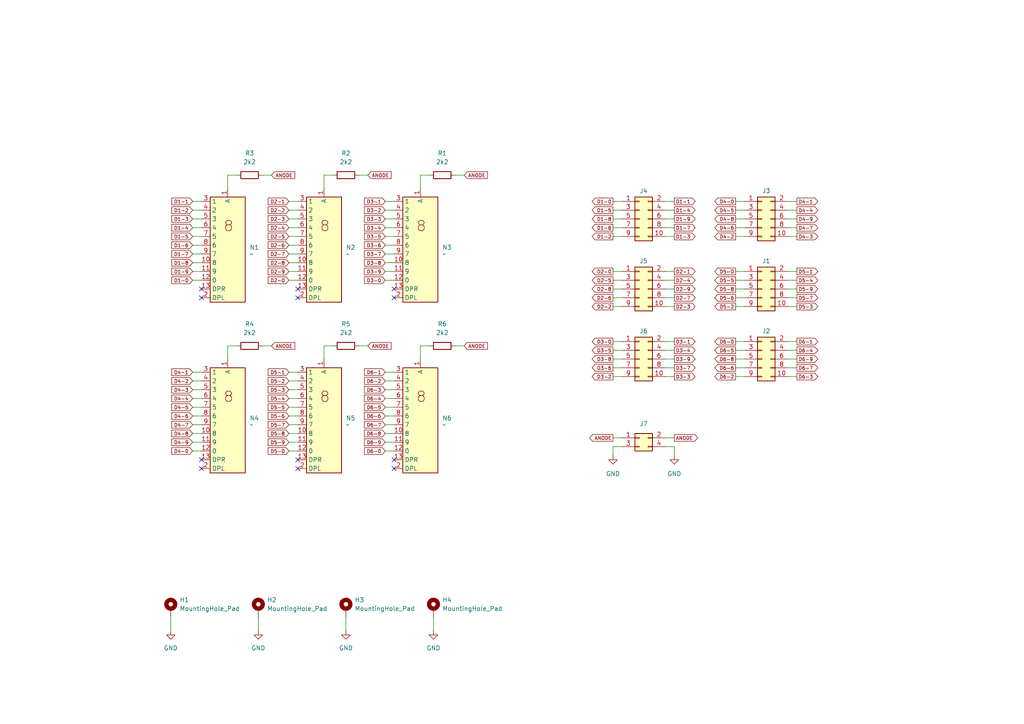
<source format=kicad_sch>
(kicad_sch (version 20231120) (generator "eeschema") (generator_version "8.0")
  (paper "A4")
  (lib_symbols
    (symbol "Connector_Generic:Conn_02x02_Odd_Even" (pin_names (offset 1.016) hide)
      (property "Reference" "J" (at 1.27 2.54 0))
      (property "Value" "Conn_02x02_Odd_Even" (at 1.27 -5.08 0))
      (symbol "Conn_02x02_Odd_Even_1_1"
        (rectangle (start -1.27 -2.413) (end 0 -2.667) (stroke (width 0.1524)))
        (rectangle (start -1.27 0.127) (end 0 -0.127) (stroke (width 0.1524)))
        (rectangle (start -1.27 1.27) (end 3.81 -3.81) (stroke (width 0.254)) (fill (type background)))
        (rectangle (start 3.81 -2.413) (end 2.54 -2.667) (stroke (width 0.1524)))
        (rectangle (start 3.81 0.127) (end 2.54 -0.127) (stroke (width 0.1524)))
        (pin passive line (at -5.08 0 0) (length 3.81) (name "Pin_1") (number "1"))
        (pin passive line (at 7.62 0 180) (length 3.81) (name "Pin_2") (number "2"))
        (pin passive line (at -5.08 -2.54 0) (length 3.81) (name "Pin_3") (number "3"))
        (pin passive line (at 7.62 -2.54 180) (length 3.81) (name "Pin_4") (number "4"))
      )
    )
    (symbol "Connector_Generic:Conn_02x05_Odd_Even" (pin_names (offset 1.016) hide)
      (property "Reference" "J" (at 1.27 7.62 0))
      (property "Value" "Conn_02x05_Odd_Even" (at 1.27 -7.62 0))
      (symbol "Conn_02x05_Odd_Even_1_1"
        (rectangle (start -1.27 -4.953) (end 0 -5.207) (stroke (width 0.1524)))
        (rectangle (start -1.27 -2.413) (end 0 -2.667) (stroke (width 0.1524)))
        (rectangle (start -1.27 0.127) (end 0 -0.127) (stroke (width 0.1524)))
        (rectangle (start -1.27 2.667) (end 0 2.413) (stroke (width 0.1524)))
        (rectangle (start -1.27 5.207) (end 0 4.953) (stroke (width 0.1524)))
        (rectangle (start -1.27 6.35) (end 3.81 -6.35) (stroke (width 0.254)) (fill (type background)))
        (rectangle (start 3.81 -4.953) (end 2.54 -5.207) (stroke (width 0.1524)))
        (rectangle (start 3.81 -2.413) (end 2.54 -2.667) (stroke (width 0.1524)))
        (rectangle (start 3.81 0.127) (end 2.54 -0.127) (stroke (width 0.1524)))
        (rectangle (start 3.81 2.667) (end 2.54 2.413) (stroke (width 0.1524)))
        (rectangle (start 3.81 5.207) (end 2.54 4.953) (stroke (width 0.1524)))
        (pin passive line (at -5.08 5.08 0) (length 3.81) (name "Pin_1") (number "1"))
        (pin passive line (at 7.62 -5.08 180) (length 3.81) (name "Pin_10") (number "10"))
        (pin passive line (at 7.62 5.08 180) (length 3.81) (name "Pin_2") (number "2"))
        (pin passive line (at -5.08 2.54 0) (length 3.81) (name "Pin_3") (number "3"))
        (pin passive line (at 7.62 2.54 180) (length 3.81) (name "Pin_4") (number "4"))
        (pin passive line (at -5.08 0 0) (length 3.81) (name "Pin_5") (number "5"))
        (pin passive line (at 7.62 0 180) (length 3.81) (name "Pin_6") (number "6"))
        (pin passive line (at -5.08 -2.54 0) (length 3.81) (name "Pin_7") (number "7"))
        (pin passive line (at 7.62 -2.54 180) (length 3.81) (name "Pin_8") (number "8"))
        (pin passive line (at -5.08 -5.08 0) (length 3.81) (name "Pin_9") (number "9"))
      )
    )
    (symbol "Device:R" (pin_numbers hide) (pin_names (offset 0))
      (property "Reference" "R" (at 2.032 0 90))
      (property "Value" "R" (at 0 0 90))
      (symbol "R_0_1"
        (rectangle (start -1.016 -2.54) (end 1.016 2.54) (stroke (width 0.254)))
      )
      (symbol "R_1_1"
        (pin passive line (at 0 3.81 270) (length 1.27) (name "~") (number "1"))
        (pin passive line (at 0 -3.81 90) (length 1.27) (name "~") (number "2"))
      )
    )
    (symbol "Mechanical:MountingHole_Pad" (pin_numbers hide) (pin_names (offset 1.016) hide) (exclude_from_sim yes) (in_bom no)
      (property "Reference" "H" (at 0 6.35 0))
      (property "Value" "MountingHole_Pad" (at 0 4.445 0))
      (symbol "MountingHole_Pad_0_1"
        (circle (center 0 1.27) (radius 1.27) (stroke (width 1.27)))
      )
      (symbol "MountingHole_Pad_1_1"
        (pin input line (at 0 -2.54 90) (length 2.54) (name "1") (number "1"))
      )
    )
    (symbol "anders:Nixie-tube"
      (property "Reference" "N" (at 0 1.27 0))
      (symbol "Nixie-tube_1_1"
        (rectangle (start -5.08 15.24) (end 5.08 -15.24) (stroke (width 0.254)) (fill (type background)))
        (polyline (pts (xy 2.54 2.794) (xy 2.54 2.794)) (stroke (width 0.508)))
        (text "8" (at 0.254 6.858 0) (effects (font (size 3 3))))
        (pin input line (at 0 17.78 270) (length 2.54) (name "A") (number "1"))
        (pin input line (at -7.62 -3.81 0) (length 2.54) (name "8") (number "10"))
        (pin input line (at -7.62 -6.35 0) (length 2.54) (name "9") (number "11"))
        (pin input line (at -7.62 -8.89 0) (length 2.54) (name "0") (number "12"))
        (pin input line (at -7.62 -11.43 0) (length 2.54) (name "DPR") (number "13"))
        (pin input line (at -7.62 -13.97 0) (length 2.54) (name "DPL") (number "2"))
        (pin input line (at -7.62 13.97 0) (length 2.54) (name "1") (number "3"))
        (pin input line (at -7.62 11.43 0) (length 2.54) (name "2") (number "4"))
        (pin input line (at -7.62 8.89 0) (length 2.54) (name "3") (number "5"))
        (pin input line (at -7.62 6.35 0) (length 2.54) (name "4") (number "6"))
        (pin input line (at -7.62 3.81 0) (length 2.54) (name "5") (number "7"))
        (pin input line (at -7.62 1.27 0) (length 2.54) (name "6") (number "8"))
        (pin input line (at -7.62 -1.27 0) (length 2.54) (name "7") (number "9"))
      )
    )
    (symbol "power:GND" (power) (pin_numbers hide) (pin_names (offset 0) hide)
      (property "Value" "GND" (at 0 -3.81 0))
      (symbol "GND_0_1"
        (polyline (pts (xy 0 0) (xy 0 -1.27) (xy 1.27 -1.27) (xy 0 -2.54) (xy -1.27 -1.27) (xy 0 -1.27)))
      )
      (symbol "GND_1_1"
        (pin power_in line (at 0 0 270) (length 0) (name "~") (number "1"))
      )
    )
  )
  (no_connect (at 86.36 83.82))
  (no_connect (at 86.36 135.89))
  (no_connect (at 114.3 133.35))
  (no_connect (at 58.42 133.35))
  (no_connect (at 58.42 83.82))
  (no_connect (at 114.3 135.89))
  (no_connect (at 114.3 83.82))
  (no_connect (at 86.36 133.35))
  (no_connect (at 86.36 86.36))
  (no_connect (at 114.3 86.36))
  (no_connect (at 58.42 135.89))
  (no_connect (at 58.42 86.36))
  (wire (pts (xy 124.46 50.8) (xy 121.92 50.8)))
  (wire (pts (xy 193.04 83.82) (xy 195.58 83.82)))
  (wire (pts (xy 195.58 129.54) (xy 195.58 132.08)))
  (wire (pts (xy 114.3 66.04) (xy 111.76 66.04)))
  (wire (pts (xy 58.42 120.65) (xy 55.88 120.65)))
  (wire (pts (xy 180.34 63.5) (xy 177.8 63.5)))
  (wire (pts (xy 193.04 109.22) (xy 195.58 109.22)))
  (wire (pts (xy 86.36 118.11) (xy 83.82 118.11)))
  (wire (pts (xy 86.36 60.96) (xy 83.82 60.96)))
  (wire (pts (xy 180.34 66.04) (xy 177.8 66.04)))
  (wire (pts (xy 74.93 179.07) (xy 74.93 182.88)))
  (wire (pts (xy 114.3 130.81) (xy 111.76 130.81)))
  (wire (pts (xy 86.36 71.12) (xy 83.82 71.12)))
  (wire (pts (xy 114.3 60.96) (xy 111.76 60.96)))
  (wire (pts (xy 114.3 81.28) (xy 111.76 81.28)))
  (wire (pts (xy 193.04 81.28) (xy 195.58 81.28)))
  (wire (pts (xy 180.34 104.14) (xy 177.8 104.14)))
  (wire (pts (xy 180.34 101.6) (xy 177.8 101.6)))
  (wire (pts (xy 86.36 123.19) (xy 83.82 123.19)))
  (wire (pts (xy 66.04 50.8) (xy 66.04 54.61)))
  (wire (pts (xy 86.36 107.95) (xy 83.82 107.95)))
  (wire (pts (xy 193.04 58.42) (xy 195.58 58.42)))
  (wire (pts (xy 86.36 115.57) (xy 83.82 115.57)))
  (wire (pts (xy 228.6 78.74) (xy 231.14 78.74)))
  (wire (pts (xy 58.42 81.28) (xy 55.88 81.28)))
  (wire (pts (xy 100.33 179.07) (xy 100.33 182.88)))
  (wire (pts (xy 215.9 78.74) (xy 213.36 78.74)))
  (wire (pts (xy 114.3 78.74) (xy 111.76 78.74)))
  (wire (pts (xy 76.2 50.8) (xy 78.74 50.8)))
  (wire (pts (xy 215.9 109.22) (xy 213.36 109.22)))
  (wire (pts (xy 93.98 100.33) (xy 93.98 104.14)))
  (wire (pts (xy 58.42 110.49) (xy 55.88 110.49)))
  (wire (pts (xy 228.6 63.5) (xy 231.14 63.5)))
  (wire (pts (xy 58.42 130.81) (xy 55.88 130.81)))
  (wire (pts (xy 193.04 99.06) (xy 195.58 99.06)))
  (wire (pts (xy 215.9 104.14) (xy 213.36 104.14)))
  (wire (pts (xy 193.04 60.96) (xy 195.58 60.96)))
  (wire (pts (xy 193.04 104.14) (xy 195.58 104.14)))
  (wire (pts (xy 215.9 66.04) (xy 213.36 66.04)))
  (wire (pts (xy 58.42 58.42) (xy 55.88 58.42)))
  (wire (pts (xy 68.58 100.33) (xy 66.04 100.33)))
  (wire (pts (xy 58.42 71.12) (xy 55.88 71.12)))
  (wire (pts (xy 125.73 179.07) (xy 125.73 182.88)))
  (wire (pts (xy 114.3 113.03) (xy 111.76 113.03)))
  (wire (pts (xy 180.34 83.82) (xy 177.8 83.82)))
  (wire (pts (xy 215.9 63.5) (xy 213.36 63.5)))
  (wire (pts (xy 104.14 50.8) (xy 106.68 50.8)))
  (wire (pts (xy 68.58 50.8) (xy 66.04 50.8)))
  (wire (pts (xy 58.42 66.04) (xy 55.88 66.04)))
  (wire (pts (xy 193.04 88.9) (xy 195.58 88.9)))
  (wire (pts (xy 193.04 106.68) (xy 195.58 106.68)))
  (wire (pts (xy 228.6 68.58) (xy 231.14 68.58)))
  (wire (pts (xy 76.2 100.33) (xy 78.74 100.33)))
  (wire (pts (xy 215.9 83.82) (xy 213.36 83.82)))
  (wire (pts (xy 228.6 83.82) (xy 231.14 83.82)))
  (wire (pts (xy 114.3 107.95) (xy 111.76 107.95)))
  (wire (pts (xy 86.36 73.66) (xy 83.82 73.66)))
  (wire (pts (xy 215.9 99.06) (xy 213.36 99.06)))
  (wire (pts (xy 86.36 120.65) (xy 83.82 120.65)))
  (wire (pts (xy 86.36 81.28) (xy 83.82 81.28)))
  (wire (pts (xy 93.98 50.8) (xy 93.98 54.61)))
  (wire (pts (xy 177.8 129.54) (xy 177.8 132.08)))
  (wire (pts (xy 86.36 78.74) (xy 83.82 78.74)))
  (wire (pts (xy 180.34 109.22) (xy 177.8 109.22)))
  (wire (pts (xy 180.34 129.54) (xy 177.8 129.54)))
  (wire (pts (xy 177.8 127) (xy 180.34 127)))
  (wire (pts (xy 180.34 78.74) (xy 177.8 78.74)))
  (wire (pts (xy 86.36 110.49) (xy 83.82 110.49)))
  (wire (pts (xy 180.34 68.58) (xy 177.8 68.58)))
  (wire (pts (xy 215.9 106.68) (xy 213.36 106.68)))
  (wire (pts (xy 114.3 68.58) (xy 111.76 68.58)))
  (wire (pts (xy 121.92 100.33) (xy 121.92 104.14)))
  (wire (pts (xy 193.04 68.58) (xy 195.58 68.58)))
  (wire (pts (xy 193.04 101.6) (xy 195.58 101.6)))
  (wire (pts (xy 124.46 100.33) (xy 121.92 100.33)))
  (wire (pts (xy 180.34 88.9) (xy 177.8 88.9)))
  (wire (pts (xy 58.42 73.66) (xy 55.88 73.66)))
  (wire (pts (xy 58.42 78.74) (xy 55.88 78.74)))
  (wire (pts (xy 66.04 100.33) (xy 66.04 104.14)))
  (wire (pts (xy 180.34 60.96) (xy 177.8 60.96)))
  (wire (pts (xy 86.36 125.73) (xy 83.82 125.73)))
  (wire (pts (xy 86.36 63.5) (xy 83.82 63.5)))
  (wire (pts (xy 86.36 68.58) (xy 83.82 68.58)))
  (wire (pts (xy 86.36 130.81) (xy 83.82 130.81)))
  (wire (pts (xy 180.34 106.68) (xy 177.8 106.68)))
  (wire (pts (xy 228.6 86.36) (xy 231.14 86.36)))
  (wire (pts (xy 114.3 58.42) (xy 111.76 58.42)))
  (wire (pts (xy 228.6 81.28) (xy 231.14 81.28)))
  (wire (pts (xy 104.14 100.33) (xy 106.68 100.33)))
  (wire (pts (xy 132.08 100.33) (xy 134.62 100.33)))
  (wire (pts (xy 193.04 129.54) (xy 195.58 129.54)))
  (wire (pts (xy 215.9 86.36) (xy 213.36 86.36)))
  (wire (pts (xy 96.52 100.33) (xy 93.98 100.33)))
  (wire (pts (xy 114.3 118.11) (xy 111.76 118.11)))
  (wire (pts (xy 193.04 127) (xy 195.58 127)))
  (wire (pts (xy 193.04 86.36) (xy 195.58 86.36)))
  (wire (pts (xy 193.04 78.74) (xy 195.58 78.74)))
  (wire (pts (xy 132.08 50.8) (xy 134.62 50.8)))
  (wire (pts (xy 58.42 63.5) (xy 55.88 63.5)))
  (wire (pts (xy 228.6 88.9) (xy 231.14 88.9)))
  (wire (pts (xy 180.34 81.28) (xy 177.8 81.28)))
  (wire (pts (xy 86.36 76.2) (xy 83.82 76.2)))
  (wire (pts (xy 58.42 123.19) (xy 55.88 123.19)))
  (wire (pts (xy 58.42 125.73) (xy 55.88 125.73)))
  (wire (pts (xy 86.36 66.04) (xy 83.82 66.04)))
  (wire (pts (xy 58.42 107.95) (xy 55.88 107.95)))
  (wire (pts (xy 228.6 106.68) (xy 231.14 106.68)))
  (wire (pts (xy 215.9 88.9) (xy 213.36 88.9)))
  (wire (pts (xy 215.9 101.6) (xy 213.36 101.6)))
  (wire (pts (xy 114.3 63.5) (xy 111.76 63.5)))
  (wire (pts (xy 114.3 73.66) (xy 111.76 73.66)))
  (wire (pts (xy 228.6 104.14) (xy 231.14 104.14)))
  (wire (pts (xy 180.34 86.36) (xy 177.8 86.36)))
  (wire (pts (xy 114.3 115.57) (xy 111.76 115.57)))
  (wire (pts (xy 49.53 179.07) (xy 49.53 182.88)))
  (wire (pts (xy 58.42 76.2) (xy 55.88 76.2)))
  (wire (pts (xy 228.6 58.42) (xy 231.14 58.42)))
  (wire (pts (xy 58.42 60.96) (xy 55.88 60.96)))
  (wire (pts (xy 114.3 76.2) (xy 111.76 76.2)))
  (wire (pts (xy 228.6 60.96) (xy 231.14 60.96)))
  (wire (pts (xy 228.6 101.6) (xy 231.14 101.6)))
  (wire (pts (xy 193.04 66.04) (xy 195.58 66.04)))
  (wire (pts (xy 58.42 68.58) (xy 55.88 68.58)))
  (wire (pts (xy 215.9 68.58) (xy 213.36 68.58)))
  (wire (pts (xy 180.34 58.42) (xy 177.8 58.42)))
  (wire (pts (xy 215.9 81.28) (xy 213.36 81.28)))
  (wire (pts (xy 114.3 110.49) (xy 111.76 110.49)))
  (wire (pts (xy 228.6 99.06) (xy 231.14 99.06)))
  (wire (pts (xy 58.42 118.11) (xy 55.88 118.11)))
  (wire (pts (xy 215.9 58.42) (xy 213.36 58.42)))
  (wire (pts (xy 114.3 120.65) (xy 111.76 120.65)))
  (wire (pts (xy 114.3 123.19) (xy 111.76 123.19)))
  (wire (pts (xy 228.6 66.04) (xy 231.14 66.04)))
  (wire (pts (xy 86.36 113.03) (xy 83.82 113.03)))
  (wire (pts (xy 193.04 63.5) (xy 195.58 63.5)))
  (wire (pts (xy 114.3 71.12) (xy 111.76 71.12)))
  (wire (pts (xy 96.52 50.8) (xy 93.98 50.8)))
  (wire (pts (xy 58.42 113.03) (xy 55.88 113.03)))
  (wire (pts (xy 180.34 99.06) (xy 177.8 99.06)))
  (wire (pts (xy 215.9 60.96) (xy 213.36 60.96)))
  (wire (pts (xy 58.42 128.27) (xy 55.88 128.27)))
  (wire (pts (xy 58.42 115.57) (xy 55.88 115.57)))
  (wire (pts (xy 114.3 128.27) (xy 111.76 128.27)))
  (wire (pts (xy 86.36 128.27) (xy 83.82 128.27)))
  (wire (pts (xy 121.92 50.8) (xy 121.92 54.61)))
  (wire (pts (xy 114.3 125.73) (xy 111.76 125.73)))
  (wire (pts (xy 86.36 58.42) (xy 83.82 58.42)))
  (wire (pts (xy 228.6 109.22) (xy 231.14 109.22)))
  (global_label "D5-8" (shape output) (at 213.36 83.82 180) (effects (font (size 1 1))) (property "Intersheetrefs" "${INTERSHEET_REFS}" (effects (hide yes))))
  (global_label "ANODE" (shape output) (at 195.58 127 0) (effects (font (size 1 1))) (property "Intersheetrefs" "${INTERSHEET_REFS}" (effects (hide yes))))
  (global_label "D4-5" (shape input) (at 55.88 118.11 180) (effects (font (size 1 1))) (property "Intersheetrefs" "${INTERSHEET_REFS}" (effects (hide yes))))
  (global_label "D4-7" (shape output) (at 231.14 66.04 0) (effects (font (size 1 1))) (property "Intersheetrefs" "${INTERSHEET_REFS}" (effects (hide yes))))
  (global_label "D6-3" (shape input) (at 111.76 113.03 180) (effects (font (size 1 1))) (property "Intersheetrefs" "${INTERSHEET_REFS}" (effects (hide yes))))
  (global_label "D3-7" (shape input) (at 111.76 73.66 180) (effects (font (size 1 1))) (property "Intersheetrefs" "${INTERSHEET_REFS}" (effects (hide yes))))
  (global_label "D4-8" (shape output) (at 213.36 63.5 180) (effects (font (size 1 1))) (property "Intersheetrefs" "${INTERSHEET_REFS}" (effects (hide yes))))
  (global_label "D5-5" (shape output) (at 213.36 81.28 180) (effects (font (size 1 1))) (property "Intersheetrefs" "${INTERSHEET_REFS}" (effects (hide yes))))
  (global_label "D2-8" (shape input) (at 83.82 76.2 180) (effects (font (size 1 1))) (property "Intersheetrefs" "${INTERSHEET_REFS}" (effects (hide yes))))
  (global_label "D3-5" (shape output) (at 177.8 101.6 180) (effects (font (size 1 1))) (property "Intersheetrefs" "${INTERSHEET_REFS}" (effects (hide yes))))
  (global_label "D2-6" (shape output) (at 177.8 86.36 180) (effects (font (size 1 1))) (property "Intersheetrefs" "${INTERSHEET_REFS}" (effects (hide yes))))
  (global_label "D3-6" (shape output) (at 177.8 106.68 180) (effects (font (size 1 1))) (property "Intersheetrefs" "${INTERSHEET_REFS}" (effects (hide yes))))
  (global_label "D2-5" (shape output) (at 177.8 81.28 180) (effects (font (size 1 1))) (property "Intersheetrefs" "${INTERSHEET_REFS}" (effects (hide yes))))
  (global_label "D6-6" (shape output) (at 213.36 106.68 180) (effects (font (size 1 1))) (property "Intersheetrefs" "${INTERSHEET_REFS}" (effects (hide yes))))
  (global_label "D6-2" (shape output) (at 213.36 109.22 180) (effects (font (size 1 1))) (property "Intersheetrefs" "${INTERSHEET_REFS}" (effects (hide yes))))
  (global_label "D3-9" (shape output) (at 195.58 104.14 0) (effects (font (size 1 1))) (property "Intersheetrefs" "${INTERSHEET_REFS}" (effects (hide yes))))
  (global_label "ANODE" (shape output) (at 177.8 127 180) (effects (font (size 1 1))) (property "Intersheetrefs" "${INTERSHEET_REFS}" (effects (hide yes))))
  (global_label "D2-0" (shape input) (at 83.82 81.28 180) (effects (font (size 1 1))) (property "Intersheetrefs" "${INTERSHEET_REFS}" (effects (hide yes))))
  (global_label "D6-9" (shape output) (at 231.14 104.14 0) (effects (font (size 1 1))) (property "Intersheetrefs" "${INTERSHEET_REFS}" (effects (hide yes))))
  (global_label "D5-6" (shape output) (at 213.36 86.36 180) (effects (font (size 1 1))) (property "Intersheetrefs" "${INTERSHEET_REFS}" (effects (hide yes))))
  (global_label "D4-2" (shape output) (at 213.36 68.58 180) (effects (font (size 1 1))) (property "Intersheetrefs" "${INTERSHEET_REFS}" (effects (hide yes))))
  (global_label "D2-7" (shape input) (at 83.82 73.66 180) (effects (font (size 1 1))) (property "Intersheetrefs" "${INTERSHEET_REFS}" (effects (hide yes))))
  (global_label "D4-3" (shape output) (at 231.14 68.58 0) (effects (font (size 1 1))) (property "Intersheetrefs" "${INTERSHEET_REFS}" (effects (hide yes))))
  (global_label "D3-4" (shape output) (at 195.58 101.6 0) (effects (font (size 1 1))) (property "Intersheetrefs" "${INTERSHEET_REFS}" (effects (hide yes))))
  (global_label "ANODE" (shape input) (at 134.62 50.8 0) (effects (font (size 1 1))) (property "Intersheetrefs" "${INTERSHEET_REFS}" (effects (hide yes))))
  (global_label "D2-1" (shape input) (at 83.82 58.42 180) (effects (font (size 1 1))) (property "Intersheetrefs" "${INTERSHEET_REFS}" (effects (hide yes))))
  (global_label "D5-8" (shape input) (at 83.82 125.73 180) (effects (font (size 1 1))) (property "Intersheetrefs" "${INTERSHEET_REFS}" (effects (hide yes))))
  (global_label "D3-3" (shape output) (at 195.58 109.22 0) (effects (font (size 1 1))) (property "Intersheetrefs" "${INTERSHEET_REFS}" (effects (hide yes))))
  (global_label "D5-7" (shape input) (at 83.82 123.19 180) (effects (font (size 1 1))) (property "Intersheetrefs" "${INTERSHEET_REFS}" (effects (hide yes))))
  (global_label "ANODE" (shape input) (at 78.74 50.8 0) (effects (font (size 1 1))) (property "Intersheetrefs" "${INTERSHEET_REFS}" (effects (hide yes))))
  (global_label "D5-3" (shape output) (at 231.14 88.9 0) (effects (font (size 1 1))) (property "Intersheetrefs" "${INTERSHEET_REFS}" (effects (hide yes))))
  (global_label "D6-0" (shape input) (at 111.76 130.81 180) (effects (font (size 1 1))) (property "Intersheetrefs" "${INTERSHEET_REFS}" (effects (hide yes))))
  (global_label "D3-4" (shape input) (at 111.76 66.04 180) (effects (font (size 1 1))) (property "Intersheetrefs" "${INTERSHEET_REFS}" (effects (hide yes))))
  (global_label "D2-6" (shape input) (at 83.82 71.12 180) (effects (font (size 1 1))) (property "Intersheetrefs" "${INTERSHEET_REFS}" (effects (hide yes))))
  (global_label "D5-9" (shape input) (at 83.82 128.27 180) (effects (font (size 1 1))) (property "Intersheetrefs" "${INTERSHEET_REFS}" (effects (hide yes))))
  (global_label "D6-8" (shape input) (at 111.76 125.73 180) (effects (font (size 1 1))) (property "Intersheetrefs" "${INTERSHEET_REFS}" (effects (hide yes))))
  (global_label "D1-6" (shape output) (at 177.8 66.04 180) (effects (font (size 1 1))) (property "Intersheetrefs" "${INTERSHEET_REFS}" (effects (hide yes))))
  (global_label "D3-8" (shape input) (at 111.76 76.2 180) (effects (font (size 1 1))) (property "Intersheetrefs" "${INTERSHEET_REFS}" (effects (hide yes))))
  (global_label "D6-4" (shape input) (at 111.76 115.57 180) (effects (font (size 1 1))) (property "Intersheetrefs" "${INTERSHEET_REFS}" (effects (hide yes))))
  (global_label "D5-2" (shape output) (at 213.36 88.9 180) (effects (font (size 1 1))) (property "Intersheetrefs" "${INTERSHEET_REFS}" (effects (hide yes))))
  (global_label "D5-2" (shape input) (at 83.82 110.49 180) (effects (font (size 1 1))) (property "Intersheetrefs" "${INTERSHEET_REFS}" (effects (hide yes))))
  (global_label "D3-2" (shape output) (at 177.8 109.22 180) (effects (font (size 1 1))) (property "Intersheetrefs" "${INTERSHEET_REFS}" (effects (hide yes))))
  (global_label "D2-9" (shape input) (at 83.82 78.74 180) (effects (font (size 1 1))) (property "Intersheetrefs" "${INTERSHEET_REFS}" (effects (hide yes))))
  (global_label "D3-3" (shape input) (at 111.76 63.5 180) (effects (font (size 1 1))) (property "Intersheetrefs" "${INTERSHEET_REFS}" (effects (hide yes))))
  (global_label "D3-6" (shape input) (at 111.76 71.12 180) (effects (font (size 1 1))) (property "Intersheetrefs" "${INTERSHEET_REFS}" (effects (hide yes))))
  (global_label "D4-3" (shape input) (at 55.88 113.03 180) (effects (font (size 1 1))) (property "Intersheetrefs" "${INTERSHEET_REFS}" (effects (hide yes))))
  (global_label "ANODE" (shape input) (at 106.68 50.8 0) (effects (font (size 1 1))) (property "Intersheetrefs" "${INTERSHEET_REFS}" (effects (hide yes))))
  (global_label "D5-5" (shape input) (at 83.82 118.11 180) (effects (font (size 1 1))) (property "Intersheetrefs" "${INTERSHEET_REFS}" (effects (hide yes))))
  (global_label "D1-2" (shape input) (at 55.88 60.96 180) (effects (font (size 1 1))) (property "Intersheetrefs" "${INTERSHEET_REFS}" (effects (hide yes))))
  (global_label "D3-1" (shape output) (at 195.58 99.06 0) (effects (font (size 1 1))) (property "Intersheetrefs" "${INTERSHEET_REFS}" (effects (hide yes))))
  (global_label "D3-0" (shape input) (at 111.76 81.28 180) (effects (font (size 1 1))) (property "Intersheetrefs" "${INTERSHEET_REFS}" (effects (hide yes))))
  (global_label "D3-8" (shape output) (at 177.8 104.14 180) (effects (font (size 1 1))) (property "Intersheetrefs" "${INTERSHEET_REFS}" (effects (hide yes))))
  (global_label "D1-6" (shape input) (at 55.88 71.12 180) (effects (font (size 1 1))) (property "Intersheetrefs" "${INTERSHEET_REFS}" (effects (hide yes))))
  (global_label "D2-8" (shape output) (at 177.8 83.82 180) (effects (font (size 1 1))) (property "Intersheetrefs" "${INTERSHEET_REFS}" (effects (hide yes))))
  (global_label "ANODE" (shape input) (at 78.74 100.33 0) (effects (font (size 1 1))) (property "Intersheetrefs" "${INTERSHEET_REFS}" (effects (hide yes))))
  (global_label "D4-9" (shape input) (at 55.88 128.27 180) (effects (font (size 1 1))) (property "Intersheetrefs" "${INTERSHEET_REFS}" (effects (hide yes))))
  (global_label "D2-3" (shape output) (at 195.58 88.9 0) (effects (font (size 1 1))) (property "Intersheetrefs" "${INTERSHEET_REFS}" (effects (hide yes))))
  (global_label "D3-2" (shape input) (at 111.76 60.96 180) (effects (font (size 1 1))) (property "Intersheetrefs" "${INTERSHEET_REFS}" (effects (hide yes))))
  (global_label "D1-7" (shape output) (at 195.58 66.04 0) (effects (font (size 1 1))) (property "Intersheetrefs" "${INTERSHEET_REFS}" (effects (hide yes))))
  (global_label "D4-0" (shape output) (at 213.36 58.42 180) (effects (font (size 1 1))) (property "Intersheetrefs" "${INTERSHEET_REFS}" (effects (hide yes))))
  (global_label "D6-0" (shape output) (at 213.36 99.06 180) (effects (font (size 1 1))) (property "Intersheetrefs" "${INTERSHEET_REFS}" (effects (hide yes))))
  (global_label "D1-8" (shape input) (at 55.88 76.2 180) (effects (font (size 1 1))) (property "Intersheetrefs" "${INTERSHEET_REFS}" (effects (hide yes))))
  (global_label "D4-0" (shape input) (at 55.88 130.81 180) (effects (font (size 1 1))) (property "Intersheetrefs" "${INTERSHEET_REFS}" (effects (hide yes))))
  (global_label "D1-5" (shape output) (at 177.8 60.96 180) (effects (font (size 1 1))) (property "Intersheetrefs" "${INTERSHEET_REFS}" (effects (hide yes))))
  (global_label "D5-0" (shape input) (at 83.82 130.81 180) (effects (font (size 1 1))) (property "Intersheetrefs" "${INTERSHEET_REFS}" (effects (hide yes))))
  (global_label "D3-5" (shape input) (at 111.76 68.58 180) (effects (font (size 1 1))) (property "Intersheetrefs" "${INTERSHEET_REFS}" (effects (hide yes))))
  (global_label "D4-4" (shape input) (at 55.88 115.57 180) (effects (font (size 1 1))) (property "Intersheetrefs" "${INTERSHEET_REFS}" (effects (hide yes))))
  (global_label "D6-5" (shape output) (at 213.36 101.6 180) (effects (font (size 1 1))) (property "Intersheetrefs" "${INTERSHEET_REFS}" (effects (hide yes))))
  (global_label "D5-4" (shape output) (at 231.14 81.28 0) (effects (font (size 1 1))) (property "Intersheetrefs" "${INTERSHEET_REFS}" (effects (hide yes))))
  (global_label "D1-4" (shape input) (at 55.88 66.04 180) (effects (font (size 1 1))) (property "Intersheetrefs" "${INTERSHEET_REFS}" (effects (hide yes))))
  (global_label "D1-9" (shape output) (at 195.58 63.5 0) (effects (font (size 1 1))) (property "Intersheetrefs" "${INTERSHEET_REFS}" (effects (hide yes))))
  (global_label "D4-1" (shape output) (at 231.14 58.42 0) (effects (font (size 1 1))) (property "Intersheetrefs" "${INTERSHEET_REFS}" (effects (hide yes))))
  (global_label "ANODE" (shape input) (at 106.68 100.33 0) (effects (font (size 1 1))) (property "Intersheetrefs" "${INTERSHEET_REFS}" (effects (hide yes))))
  (global_label "D5-0" (shape output) (at 213.36 78.74 180) (effects (font (size 1 1))) (property "Intersheetrefs" "${INTERSHEET_REFS}" (effects (hide yes))))
  (global_label "D4-4" (shape output) (at 231.14 60.96 0) (effects (font (size 1 1))) (property "Intersheetrefs" "${INTERSHEET_REFS}" (effects (hide yes))))
  (global_label "D6-1" (shape output) (at 231.14 99.06 0) (effects (font (size 1 1))) (property "Intersheetrefs" "${INTERSHEET_REFS}" (effects (hide yes))))
  (global_label "D2-9" (shape output) (at 195.58 83.82 0) (effects (font (size 1 1))) (property "Intersheetrefs" "${INTERSHEET_REFS}" (effects (hide yes))))
  (global_label "D2-0" (shape output) (at 177.8 78.74 180) (effects (font (size 1 1))) (property "Intersheetrefs" "${INTERSHEET_REFS}" (effects (hide yes))))
  (global_label "D6-8" (shape output) (at 213.36 104.14 180) (effects (font (size 1 1))) (property "Intersheetrefs" "${INTERSHEET_REFS}" (effects (hide yes))))
  (global_label "D6-1" (shape input) (at 111.76 107.95 180) (effects (font (size 1 1))) (property "Intersheetrefs" "${INTERSHEET_REFS}" (effects (hide yes))))
  (global_label "D1-0" (shape input) (at 55.88 81.28 180) (effects (font (size 1 1))) (property "Intersheetrefs" "${INTERSHEET_REFS}" (effects (hide yes))))
  (global_label "D5-1" (shape input) (at 83.82 107.95 180) (effects (font (size 1 1))) (property "Intersheetrefs" "${INTERSHEET_REFS}" (effects (hide yes))))
  (global_label "D1-9" (shape input) (at 55.88 78.74 180) (effects (font (size 1 1))) (property "Intersheetrefs" "${INTERSHEET_REFS}" (effects (hide yes))))
  (global_label "D1-7" (shape input) (at 55.88 73.66 180) (effects (font (size 1 1))) (property "Intersheetrefs" "${INTERSHEET_REFS}" (effects (hide yes))))
  (global_label "D1-0" (shape output) (at 177.8 58.42 180) (effects (font (size 1 1))) (property "Intersheetrefs" "${INTERSHEET_REFS}" (effects (hide yes))))
  (global_label "D2-2" (shape input) (at 83.82 60.96 180) (effects (font (size 1 1))) (property "Intersheetrefs" "${INTERSHEET_REFS}" (effects (hide yes))))
  (global_label "D1-5" (shape input) (at 55.88 68.58 180) (effects (font (size 1 1))) (property "Intersheetrefs" "${INTERSHEET_REFS}" (effects (hide yes))))
  (global_label "D2-1" (shape output) (at 195.58 78.74 0) (effects (font (size 1 1))) (property "Intersheetrefs" "${INTERSHEET_REFS}" (effects (hide yes))))
  (global_label "D4-1" (shape input) (at 55.88 107.95 180) (effects (font (size 1 1))) (property "Intersheetrefs" "${INTERSHEET_REFS}" (effects (hide yes))))
  (global_label "D3-7" (shape output) (at 195.58 106.68 0) (effects (font (size 1 1))) (property "Intersheetrefs" "${INTERSHEET_REFS}" (effects (hide yes))))
  (global_label "D1-1" (shape input) (at 55.88 58.42 180) (effects (font (size 1 1))) (property "Intersheetrefs" "${INTERSHEET_REFS}" (effects (hide yes))))
  (global_label "D2-4" (shape input) (at 83.82 66.04 180) (effects (font (size 1 1))) (property "Intersheetrefs" "${INTERSHEET_REFS}" (effects (hide yes))))
  (global_label "D6-7" (shape input) (at 111.76 123.19 180) (effects (font (size 1 1))) (property "Intersheetrefs" "${INTERSHEET_REFS}" (effects (hide yes))))
  (global_label "D1-3" (shape output) (at 195.58 68.58 0) (effects (font (size 1 1))) (property "Intersheetrefs" "${INTERSHEET_REFS}" (effects (hide yes))))
  (global_label "D2-2" (shape output) (at 177.8 88.9 180) (effects (font (size 1 1))) (property "Intersheetrefs" "${INTERSHEET_REFS}" (effects (hide yes))))
  (global_label "D5-3" (shape input) (at 83.82 113.03 180) (effects (font (size 1 1))) (property "Intersheetrefs" "${INTERSHEET_REFS}" (effects (hide yes))))
  (global_label "D1-1" (shape output) (at 195.58 58.42 0) (effects (font (size 1 1))) (property "Intersheetrefs" "${INTERSHEET_REFS}" (effects (hide yes))))
  (global_label "D4-6" (shape input) (at 55.88 120.65 180) (effects (font (size 1 1))) (property "Intersheetrefs" "${INTERSHEET_REFS}" (effects (hide yes))))
  (global_label "D5-9" (shape output) (at 231.14 83.82 0) (effects (font (size 1 1))) (property "Intersheetrefs" "${INTERSHEET_REFS}" (effects (hide yes))))
  (global_label "D2-5" (shape input) (at 83.82 68.58 180) (effects (font (size 1 1))) (property "Intersheetrefs" "${INTERSHEET_REFS}" (effects (hide yes))))
  (global_label "D3-1" (shape input) (at 111.76 58.42 180) (effects (font (size 1 1))) (property "Intersheetrefs" "${INTERSHEET_REFS}" (effects (hide yes))))
  (global_label "D2-3" (shape input) (at 83.82 63.5 180) (effects (font (size 1 1))) (property "Intersheetrefs" "${INTERSHEET_REFS}" (effects (hide yes))))
  (global_label "D6-7" (shape output) (at 231.14 106.68 0) (effects (font (size 1 1))) (property "Intersheetrefs" "${INTERSHEET_REFS}" (effects (hide yes))))
  (global_label "D1-2" (shape output) (at 177.8 68.58 180) (effects (font (size 1 1))) (property "Intersheetrefs" "${INTERSHEET_REFS}" (effects (hide yes))))
  (global_label "D4-7" (shape input) (at 55.88 123.19 180) (effects (font (size 1 1))) (property "Intersheetrefs" "${INTERSHEET_REFS}" (effects (hide yes))))
  (global_label "D1-8" (shape output) (at 177.8 63.5 180) (effects (font (size 1 1))) (property "Intersheetrefs" "${INTERSHEET_REFS}" (effects (hide yes))))
  (global_label "D1-3" (shape input) (at 55.88 63.5 180) (effects (font (size 1 1))) (property "Intersheetrefs" "${INTERSHEET_REFS}" (effects (hide yes))))
  (global_label "D6-5" (shape input) (at 111.76 118.11 180) (effects (font (size 1 1))) (property "Intersheetrefs" "${INTERSHEET_REFS}" (effects (hide yes))))
  (global_label "D2-7" (shape output) (at 195.58 86.36 0) (effects (font (size 1 1))) (property "Intersheetrefs" "${INTERSHEET_REFS}" (effects (hide yes))))
  (global_label "D4-5" (shape output) (at 213.36 60.96 180) (effects (font (size 1 1))) (property "Intersheetrefs" "${INTERSHEET_REFS}" (effects (hide yes))))
  (global_label "D2-4" (shape output) (at 195.58 81.28 0) (effects (font (size 1 1))) (property "Intersheetrefs" "${INTERSHEET_REFS}" (effects (hide yes))))
  (global_label "D6-4" (shape output) (at 231.14 101.6 0) (effects (font (size 1 1))) (property "Intersheetrefs" "${INTERSHEET_REFS}" (effects (hide yes))))
  (global_label "D5-6" (shape input) (at 83.82 120.65 180) (effects (font (size 1 1))) (property "Intersheetrefs" "${INTERSHEET_REFS}" (effects (hide yes))))
  (global_label "D4-9" (shape output) (at 231.14 63.5 0) (effects (font (size 1 1))) (property "Intersheetrefs" "${INTERSHEET_REFS}" (effects (hide yes))))
  (global_label "D6-9" (shape input) (at 111.76 128.27 180) (effects (font (size 1 1))) (property "Intersheetrefs" "${INTERSHEET_REFS}" (effects (hide yes))))
  (global_label "D4-8" (shape input) (at 55.88 125.73 180) (effects (font (size 1 1))) (property "Intersheetrefs" "${INTERSHEET_REFS}" (effects (hide yes))))
  (global_label "D6-6" (shape input) (at 111.76 120.65 180) (effects (font (size 1 1))) (property "Intersheetrefs" "${INTERSHEET_REFS}" (effects (hide yes))))
  (global_label "D1-4" (shape output) (at 195.58 60.96 0) (effects (font (size 1 1))) (property "Intersheetrefs" "${INTERSHEET_REFS}" (effects (hide yes))))
  (global_label "D4-6" (shape output) (at 213.36 66.04 180) (effects (font (size 1 1))) (property "Intersheetrefs" "${INTERSHEET_REFS}" (effects (hide yes))))
  (global_label "D6-2" (shape input) (at 111.76 110.49 180) (effects (font (size 1 1))) (property "Intersheetrefs" "${INTERSHEET_REFS}" (effects (hide yes))))
  (global_label "D4-2" (shape input) (at 55.88 110.49 180) (effects (font (size 1 1))) (property "Intersheetrefs" "${INTERSHEET_REFS}" (effects (hide yes))))
  (global_label "D6-3" (shape output) (at 231.14 109.22 0) (effects (font (size 1 1))) (property "Intersheetrefs" "${INTERSHEET_REFS}" (effects (hide yes))))
  (global_label "D5-7" (shape output) (at 231.14 86.36 0) (effects (font (size 1 1))) (property "Intersheetrefs" "${INTERSHEET_REFS}" (effects (hide yes))))
  (global_label "D3-0" (shape output) (at 177.8 99.06 180) (effects (font (size 1 1))) (property "Intersheetrefs" "${INTERSHEET_REFS}" (effects (hide yes))))
  (global_label "ANODE" (shape input) (at 134.62 100.33 0) (effects (font (size 1 1))) (property "Intersheetrefs" "${INTERSHEET_REFS}" (effects (hide yes))))
  (global_label "D3-9" (shape input) (at 111.76 78.74 180) (effects (font (size 1 1))) (property "Intersheetrefs" "${INTERSHEET_REFS}" (effects (hide yes))))
  (global_label "D5-4" (shape input) (at 83.82 115.57 180) (effects (font (size 1 1))) (property "Intersheetrefs" "${INTERSHEET_REFS}" (effects (hide yes))))
  (global_label "D5-1" (shape output) (at 231.14 78.74 0) (effects (font (size 1 1))) (property "Intersheetrefs" "${INTERSHEET_REFS}" (effects (hide yes))))
  (symbol (lib_id "anders:Nixie-tube") (at 66.04 72.39 0) (unit 1)
    (property "Reference" "N1" (at 72.39 71.7549 0) (effects (justify left)))
    (property "Value" "~" (at 72.39 73.66 0) (effects (justify left)))
    (property "Footprint" "anders:IN-14" (effects (hide yes)))
  )
  (symbol (lib_id "Device:R") (at 72.39 50.8 90) (unit 1)
    (property "Reference" "R3" (at 72.39 44.45 90))
    (property "Value" "2k2" (at 72.39 46.99 90))
    (property "Footprint" "Resistor_SMD:R_1206_3216Metric" (effects (hide yes)))
    (property "Description" "Resistor" (effects (hide yes)))
  )
  (symbol (lib_id "Mechanical:MountingHole_Pad") (at 100.33 176.53 0) (unit 1) (exclude_from_sim yes) (in_bom no)
    (property "Reference" "H3" (at 102.87 173.9899 0) (effects (justify left)))
    (property "Value" "MountingHole_Pad" (at 102.87 176.5299 0) (effects (justify left)))
    (property "Footprint" "MountingHole:MountingHole_2.7mm_M2.5_DIN965_Pad" (effects (hide yes)))
    (property "Description" "Mounting Hole with connection" (effects (hide yes)))
  )
  (symbol (lib_id "Connector_Generic:Conn_02x05_Odd_Even") (at 220.98 63.5 0) (unit 1)
    (property "Reference" "J3" (at 222.25 55.372 0))
    (property "Value" "Conn_02x05_Odd_Even" (effects (hide yes)))
    (property "Footprint" "Connector_PinSocket_2.00mm:PinSocket_2x05_P2.00mm_Vertical" (effects (hide yes)))
    (property "Description" "Generic connector, double row, 02x05, odd/even pin numbering scheme (row 1 odd numbers, row 2 even numbers), script generated (kicad-library-utils/schlib/autogen/connector/)" (effects (hide yes)))
  )
  (symbol (lib_id "Device:R") (at 72.39 100.33 90) (unit 1)
    (property "Reference" "R4" (at 72.39 93.98 90))
    (property "Value" "2k2" (at 72.39 96.52 90))
    (property "Footprint" "Resistor_SMD:R_1206_3216Metric" (effects (hide yes)))
    (property "Description" "Resistor" (effects (hide yes)))
  )
  (symbol (lib_id "anders:Nixie-tube") (at 93.98 121.92 0) (unit 1)
    (property "Reference" "N5" (at 100.33 121.2849 0) (effects (justify left)))
    (property "Value" "~" (at 100.33 123.19 0) (effects (justify left)))
    (property "Footprint" "anders:IN-14" (effects (hide yes)))
  )
  (symbol (lib_id "Connector_Generic:Conn_02x05_Odd_Even") (at 220.98 83.82 0) (unit 1)
    (property "Reference" "J1" (at 222.25 75.692 0))
    (property "Value" "Conn_02x05_Odd_Even" (effects (hide yes)))
    (property "Footprint" "Connector_PinSocket_2.00mm:PinSocket_2x05_P2.00mm_Vertical" (effects (hide yes)))
    (property "Description" "Generic connector, double row, 02x05, odd/even pin numbering scheme (row 1 odd numbers, row 2 even numbers), script generated (kicad-library-utils/schlib/autogen/connector/)" (effects (hide yes)))
  )
  (symbol (lib_id "anders:Nixie-tube") (at 121.92 121.92 0) (unit 1)
    (property "Reference" "N6" (at 128.27 121.2849 0) (effects (justify left)))
    (property "Value" "~" (at 128.27 123.19 0) (effects (justify left)))
    (property "Footprint" "anders:IN-14" (effects (hide yes)))
  )
  (symbol (lib_id "Device:R") (at 128.27 100.33 90) (unit 1)
    (property "Reference" "R6" (at 128.27 93.98 90))
    (property "Value" "2k2" (at 128.27 96.52 90))
    (property "Footprint" "Resistor_SMD:R_1206_3216Metric" (effects (hide yes)))
    (property "Description" "Resistor" (effects (hide yes)))
  )
  (symbol (lib_id "Mechanical:MountingHole_Pad") (at 74.93 176.53 0) (unit 1) (exclude_from_sim yes) (in_bom no)
    (property "Reference" "H2" (at 77.47 173.9899 0) (effects (justify left)))
    (property "Value" "MountingHole_Pad" (at 77.47 176.5299 0) (effects (justify left)))
    (property "Footprint" "MountingHole:MountingHole_2.7mm_M2.5_DIN965_Pad" (effects (hide yes)))
    (property "Description" "Mounting Hole with connection" (effects (hide yes)))
  )
  (symbol (lib_id "Device:R") (at 100.33 100.33 90) (unit 1)
    (property "Reference" "R5" (at 100.33 93.98 90))
    (property "Value" "2k2" (at 100.33 96.52 90))
    (property "Footprint" "Resistor_SMD:R_1206_3216Metric" (effects (hide yes)))
    (property "Description" "Resistor" (effects (hide yes)))
  )
  (symbol (lib_id "Connector_Generic:Conn_02x05_Odd_Even") (at 220.98 104.14 0) (unit 1)
    (property "Reference" "J2" (at 222.25 96.012 0))
    (property "Value" "Conn_02x05_Odd_Even" (effects (hide yes)))
    (property "Footprint" "Connector_PinSocket_2.00mm:PinSocket_2x05_P2.00mm_Vertical" (effects (hide yes)))
    (property "Description" "Generic connector, double row, 02x05, odd/even pin numbering scheme (row 1 odd numbers, row 2 even numbers), script generated (kicad-library-utils/schlib/autogen/connector/)" (effects (hide yes)))
  )
  (symbol (lib_id "Mechanical:MountingHole_Pad") (at 49.53 176.53 0) (unit 1) (exclude_from_sim yes) (in_bom no)
    (property "Reference" "H1" (at 52.07 173.9899 0) (effects (justify left)))
    (property "Value" "MountingHole_Pad" (at 52.07 176.5299 0) (effects (justify left)))
    (property "Footprint" "MountingHole:MountingHole_2.7mm_M2.5_DIN965_Pad" (effects (hide yes)))
    (property "Description" "Mounting Hole with connection" (effects (hide yes)))
  )
  (symbol (lib_id "power:GND") (at 49.53 182.88 0) (unit 1)
    (property "Reference" "#PWR03" (effects (hide yes)))
    (property "Value" "GND" (at 49.53 187.96 0))
    (property "Description" "Power symbol creates a global label with name \"GND\" , ground" (effects (hide yes)))
  )
  (symbol (lib_id "Connector_Generic:Conn_02x05_Odd_Even") (at 185.42 104.14 0) (unit 1)
    (property "Reference" "J6" (at 186.69 96.012 0))
    (property "Value" "Conn_02x05_Odd_Even" (effects (hide yes)))
    (property "Footprint" "Connector_PinSocket_2.00mm:PinSocket_2x05_P2.00mm_Vertical" (effects (hide yes)))
    (property "Description" "Generic connector, double row, 02x05, odd/even pin numbering scheme (row 1 odd numbers, row 2 even numbers), script generated (kicad-library-utils/schlib/autogen/connector/)" (effects (hide yes)))
  )
  (symbol (lib_id "Connector_Generic:Conn_02x05_Odd_Even") (at 185.42 63.5 0) (unit 1)
    (property "Reference" "J4" (at 186.69 55.372 0))
    (property "Value" "Conn_02x05_Odd_Even" (effects (hide yes)))
    (property "Footprint" "Connector_PinSocket_2.00mm:PinSocket_2x05_P2.00mm_Vertical" (effects (hide yes)))
    (property "Description" "Generic connector, double row, 02x05, odd/even pin numbering scheme (row 1 odd numbers, row 2 even numbers), script generated (kicad-library-utils/schlib/autogen/connector/)" (effects (hide yes)))
  )
  (symbol (lib_id "Device:R") (at 100.33 50.8 90) (unit 1)
    (property "Reference" "R2" (at 100.33 44.45 90))
    (property "Value" "2k2" (at 100.33 46.99 90))
    (property "Footprint" "Resistor_SMD:R_1206_3216Metric" (effects (hide yes)))
    (property "Description" "Resistor" (effects (hide yes)))
  )
  (symbol (lib_id "power:GND") (at 74.93 182.88 0) (unit 1)
    (property "Reference" "#PWR04" (effects (hide yes)))
    (property "Value" "GND" (at 74.93 187.96 0))
    (property "Description" "Power symbol creates a global label with name \"GND\" , ground" (effects (hide yes)))
  )
  (symbol (lib_id "power:GND") (at 177.8 132.08 0) (unit 1)
    (property "Reference" "#PWR01" (effects (hide yes)))
    (property "Value" "GND" (at 177.8 137.414 0))
    (property "Description" "Power symbol creates a global label with name \"GND\" , ground" (effects (hide yes)))
  )
  (symbol (lib_id "Device:R") (at 128.27 50.8 90) (unit 1)
    (property "Reference" "R1" (at 128.27 44.45 90))
    (property "Value" "2k2" (at 128.27 46.99 90))
    (property "Footprint" "Resistor_SMD:R_1206_3216Metric" (effects (hide yes)))
    (property "Description" "Resistor" (effects (hide yes)))
  )
  (symbol (lib_id "Connector_Generic:Conn_02x05_Odd_Even") (at 185.42 83.82 0) (unit 1)
    (property "Reference" "J5" (at 186.69 75.692 0))
    (property "Value" "Conn_02x05_Odd_Even" (effects (hide yes)))
    (property "Footprint" "Connector_PinSocket_2.00mm:PinSocket_2x05_P2.00mm_Vertical" (effects (hide yes)))
    (property "Description" "Generic connector, double row, 02x05, odd/even pin numbering scheme (row 1 odd numbers, row 2 even numbers), script generated (kicad-library-utils/schlib/autogen/connector/)" (effects (hide yes)))
  )
  (symbol (lib_id "power:GND") (at 125.73 182.88 0) (unit 1)
    (property "Reference" "#PWR06" (effects (hide yes)))
    (property "Value" "GND" (at 125.73 187.96 0))
    (property "Description" "Power symbol creates a global label with name \"GND\" , ground" (effects (hide yes)))
  )
  (symbol (lib_id "power:GND") (at 195.58 132.08 0) (unit 1)
    (property "Reference" "#PWR02" (effects (hide yes)))
    (property "Value" "GND" (at 195.58 137.414 0))
    (property "Description" "Power symbol creates a global label with name \"GND\" , ground" (effects (hide yes)))
  )
  (symbol (lib_id "Mechanical:MountingHole_Pad") (at 125.73 176.53 0) (unit 1) (exclude_from_sim yes) (in_bom no)
    (property "Reference" "H4" (at 128.27 173.9899 0) (effects (justify left)))
    (property "Value" "MountingHole_Pad" (at 128.27 176.5299 0) (effects (justify left)))
    (property "Footprint" "MountingHole:MountingHole_2.7mm_M2.5_DIN965_Pad" (effects (hide yes)))
    (property "Description" "Mounting Hole with connection" (effects (hide yes)))
  )
  (symbol (lib_id "anders:Nixie-tube") (at 121.92 72.39 0) (unit 1)
    (property "Reference" "N3" (at 128.27 71.7549 0) (effects (justify left)))
    (property "Value" "~" (at 128.27 73.66 0) (effects (justify left)))
    (property "Footprint" "anders:IN-14" (effects (hide yes)))
  )
  (symbol (lib_id "power:GND") (at 100.33 182.88 0) (unit 1)
    (property "Reference" "#PWR05" (effects (hide yes)))
    (property "Value" "GND" (at 100.33 187.96 0))
    (property "Description" "Power symbol creates a global label with name \"GND\" , ground" (effects (hide yes)))
  )
  (symbol (lib_id "anders:Nixie-tube") (at 93.98 72.39 0) (unit 1)
    (property "Reference" "N2" (at 100.33 71.7549 0) (effects (justify left)))
    (property "Value" "~" (at 100.33 73.66 0) (effects (justify left)))
    (property "Footprint" "anders:IN-14" (effects (hide yes)))
  )
  (symbol (lib_id "anders:Nixie-tube") (at 66.04 121.92 0) (unit 1)
    (property "Reference" "N4" (at 72.39 121.2849 0) (effects (justify left)))
    (property "Value" "~" (at 72.39 123.19 0) (effects (justify left)))
    (property "Footprint" "anders:IN-14" (effects (hide yes)))
  )
  (symbol (lib_id "Connector_Generic:Conn_02x02_Odd_Even") (at 185.42 127 0) (unit 1)
    (property "Reference" "J7" (at 186.69 122.936 0))
    (property "Value" "Conn_02x02_Odd_Even" (effects (hide yes)))
    (property "Footprint" "Connector_PinSocket_2.00mm:PinSocket_2x02_P2.00mm_Vertical" (effects (hide yes)))
    (property "Description" "Generic connector, double row, 02x02, odd/even pin numbering scheme (row 1 odd numbers, row 2 even numbers), script generated (kicad-library-utils/schlib/autogen/connector/)" (effects (hide yes)))
  )
)
</source>
